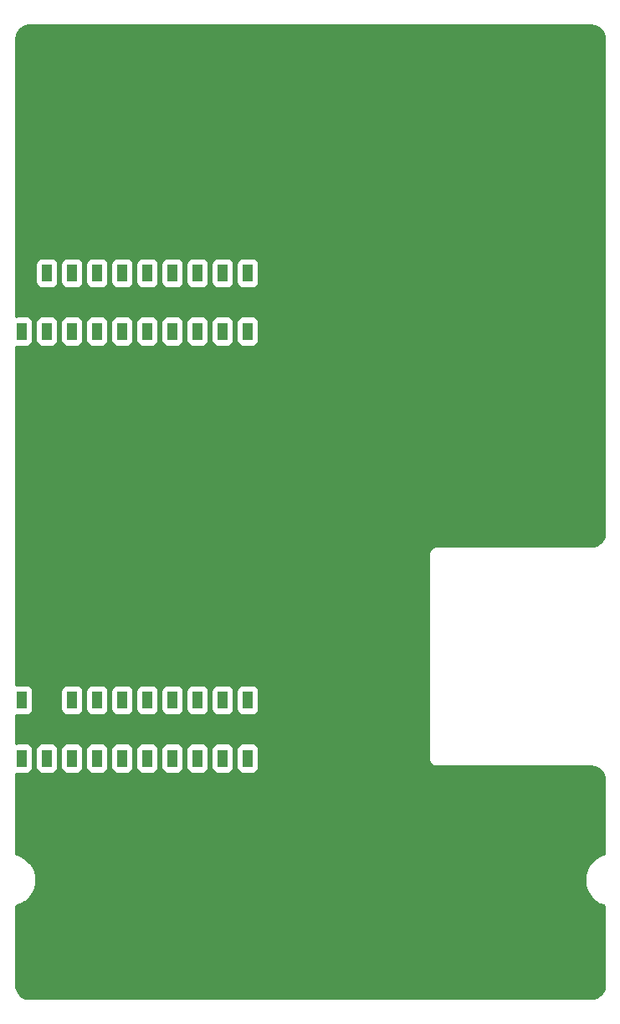
<source format=gbr>
G04 #@! TF.GenerationSoftware,KiCad,Pcbnew,(5.0.0)*
G04 #@! TF.CreationDate,2019-03-24T13:44:05-05:00*
G04 #@! TF.ProjectId,MRDTLogo_HalfBooster,4D5244544C6F676F5F48616C66426F6F,rev?*
G04 #@! TF.SameCoordinates,Original*
G04 #@! TF.FileFunction,Copper,L2,Bot,Signal*
G04 #@! TF.FilePolarity,Positive*
%FSLAX46Y46*%
G04 Gerber Fmt 4.6, Leading zero omitted, Abs format (unit mm)*
G04 Created by KiCad (PCBNEW (5.0.0)) date 03/24/19 13:44:05*
%MOMM*%
%LPD*%
G01*
G04 APERTURE LIST*
G04 #@! TA.AperFunction,SMDPad,CuDef*
%ADD10R,0.990600X1.778000*%
G04 #@! TD*
G04 #@! TA.AperFunction,ViaPad*
%ADD11C,0.800000*%
G04 #@! TD*
G04 #@! TA.AperFunction,Conductor*
%ADD12C,0.254000*%
G04 #@! TD*
G04 APERTURE END LIST*
D10*
G04 #@! TO.P,U1,+5V*
G04 #@! TO.N,Net-(U1-Pad+5V)*
X120650000Y-85953600D03*
G04 #@! TO.P,U1,GND*
G04 #@! TO.N,Net-(U1-PadGND)*
X123190000Y-85953600D03*
G04 #@! TO.P,U1,PE0*
G04 #@! TO.N,Net-(U1-PadPE0)*
X125730000Y-85953600D03*
G04 #@! TO.P,U1,PE1*
G04 #@! TO.N,Net-(U1-PadPE1)*
X128270000Y-85953600D03*
G04 #@! TO.P,U1,PE2*
G04 #@! TO.N,Net-(U1-PadPE2)*
X130810000Y-85953600D03*
G04 #@! TO.P,U1,PE3*
G04 #@! TO.N,Net-(U1-PadPE3)*
X133350000Y-85953600D03*
G04 #@! TO.P,U1,PD7*
G04 #@! TO.N,Net-(U1-PadPD7)*
X135890000Y-85953600D03*
G04 #@! TO.P,U1,PA6*
G04 #@! TO.N,Net-(U1-PadPA6)*
X138430000Y-85953600D03*
G04 #@! TO.P,U1,PM4*
G04 #@! TO.N,Net-(U1-PadPM4)*
X140970000Y-85953600D03*
G04 #@! TO.P,U1,PM5*
G04 #@! TO.N,Net-(U1-PadPM5)*
X143510000Y-85953600D03*
G04 #@! TO.P,U1,+3V3*
G04 #@! TO.N,Net-(U1-Pad+3V3)*
X120650000Y-91846400D03*
G04 #@! TO.P,U1,PE4*
G04 #@! TO.N,Net-(U1-PadPE4)*
X123190000Y-91846400D03*
G04 #@! TO.P,U1,PC4*
G04 #@! TO.N,Net-(U1-PadPC4)*
X125730000Y-91846400D03*
G04 #@! TO.P,U1,PC5*
G04 #@! TO.N,Net-(U1-PadPC5)*
X128270000Y-91846400D03*
G04 #@! TO.P,U1,PC6*
G04 #@! TO.N,Net-(U1-PadPC6)*
X130810000Y-91846400D03*
G04 #@! TO.P,U1,PE5*
G04 #@! TO.N,Net-(U1-PadPE5)*
X133350000Y-91846400D03*
G04 #@! TO.P,U1,PD3*
G04 #@! TO.N,Net-(U1-PadPD3)*
X135890000Y-91846400D03*
G04 #@! TO.P,U1,PC7*
G04 #@! TO.N,Net-(U1-PadPC7)*
X138430000Y-91846400D03*
G04 #@! TO.P,U1,PB2*
G04 #@! TO.N,Net-(U1-PadPB2)*
X140970000Y-91846400D03*
G04 #@! TO.P,U1,PB3*
G04 #@! TO.N,Net-(U1-PadPB3)*
X143510000Y-91846400D03*
G04 #@! TO.P,U1,PF1*
G04 #@! TO.N,Net-(U1-PadPF1)*
X120650000Y-48666400D03*
G04 #@! TO.P,U1,PF2*
G04 #@! TO.N,Net-(U1-PadPF2)*
X123190000Y-48666400D03*
G04 #@! TO.P,U1,PF3*
G04 #@! TO.N,Net-(U1-PadPF3)*
X125730000Y-48666400D03*
G04 #@! TO.P,U1,PG0*
G04 #@! TO.N,Net-(U1-PadPG0)*
X128270000Y-48666400D03*
G04 #@! TO.P,U1,PL4*
G04 #@! TO.N,Net-(U1-PadPL4)*
X130810000Y-48666400D03*
G04 #@! TO.P,U1,PL5*
G04 #@! TO.N,Net-(U1-PadPL5)*
X133350000Y-48666400D03*
G04 #@! TO.P,U1,PL0*
G04 #@! TO.N,Net-(U1-PadPL0)*
X135890000Y-48666400D03*
G04 #@! TO.P,U1,PL1*
G04 #@! TO.N,Net-(U1-PadPL1)*
X138430000Y-48666400D03*
G04 #@! TO.P,U1,PL2*
G04 #@! TO.N,Net-(U1-PadPL2)*
X140970000Y-48666400D03*
G04 #@! TO.P,U1,PL3*
G04 #@! TO.N,Net-(U1-PadPL3)*
X143510000Y-48666400D03*
G04 #@! TO.P,U1,GND*
G04 #@! TO.N,Net-(U1-PadGND)*
X120650000Y-42773600D03*
G04 #@! TO.P,U1,PM3*
G04 #@! TO.N,Net-(U1-PadPM3)*
X123190000Y-42773600D03*
G04 #@! TO.P,U1,PH2*
G04 #@! TO.N,Net-(U1-PadPH2)*
X125730000Y-42773600D03*
G04 #@! TO.P,U1,PH3*
G04 #@! TO.N,Net-(U1-PadPH3)*
X128270000Y-42773600D03*
G04 #@! TO.P,U1,Rese*
G04 #@! TO.N,Net-(U1-PadRese)*
X130810000Y-42773600D03*
G04 #@! TO.P,U1,PD1*
G04 #@! TO.N,Net-(U1-PadPD1)*
X133350000Y-42773600D03*
G04 #@! TO.P,U1,PD0*
G04 #@! TO.N,Net-(U1-PadPD0)*
X135890000Y-42773600D03*
G04 #@! TO.P,U1,PN2*
G04 #@! TO.N,Net-(U1-PadPN2)*
X138430000Y-42773600D03*
G04 #@! TO.P,U1,PN3*
G04 #@! TO.N,Net-(U1-PadPN3)*
X140970000Y-42773600D03*
G04 #@! TO.P,U1,PP2*
G04 #@! TO.N,Net-(U1-PadPP2)*
X143510000Y-42773600D03*
G04 #@! TD*
D11*
G04 #@! TO.N,Net-(U1-PadGND)*
X123190000Y-88900000D03*
G04 #@! TD*
D12*
G04 #@! TO.N,Net-(U1-PadGND)*
G36*
X178677009Y-17788090D02*
X179016352Y-17942381D01*
X179298752Y-18185712D01*
X179501506Y-18498523D01*
X179615348Y-18879184D01*
X179630001Y-19076363D01*
X179630000Y-69037419D01*
X179569910Y-69457009D01*
X179415619Y-69796352D01*
X179172288Y-70078752D01*
X178859479Y-70281506D01*
X178478815Y-70395348D01*
X178281649Y-70410000D01*
X162629926Y-70410000D01*
X162560000Y-70396091D01*
X162490075Y-70410000D01*
X162490074Y-70410000D01*
X162282972Y-70451195D01*
X162048119Y-70608119D01*
X161891195Y-70842972D01*
X161836091Y-71120000D01*
X161850001Y-71189931D01*
X161850000Y-91878074D01*
X161836091Y-91948000D01*
X161891195Y-92225028D01*
X162048119Y-92459881D01*
X162282972Y-92616805D01*
X162442571Y-92648551D01*
X162560000Y-92671909D01*
X162629925Y-92658000D01*
X178257419Y-92658000D01*
X178677009Y-92718090D01*
X179016352Y-92872381D01*
X179298752Y-93115712D01*
X179501506Y-93428523D01*
X179615348Y-93809184D01*
X179630001Y-94006363D01*
X179630000Y-101497281D01*
X179544491Y-101523423D01*
X179452033Y-101550460D01*
X179444159Y-101554098D01*
X178922644Y-101798948D01*
X178842075Y-101851872D01*
X178760927Y-101903768D01*
X178754390Y-101909470D01*
X178322558Y-102290851D01*
X178260096Y-102364244D01*
X178196760Y-102436847D01*
X178192087Y-102444154D01*
X177884654Y-102931407D01*
X177845298Y-103019387D01*
X177804889Y-103106840D01*
X177802457Y-103115160D01*
X177802454Y-103115166D01*
X177802453Y-103115173D01*
X177644134Y-103669118D01*
X177631056Y-103764586D01*
X177616813Y-103859890D01*
X177616813Y-103868564D01*
X177620333Y-104444687D01*
X177634588Y-104540068D01*
X177647654Y-104635455D01*
X177650088Y-104643781D01*
X177815164Y-105195758D01*
X177855591Y-105283250D01*
X177894930Y-105371194D01*
X177899603Y-105378501D01*
X178212966Y-105861961D01*
X178276328Y-105934594D01*
X178338763Y-106007955D01*
X178345296Y-106013654D01*
X178345300Y-106013658D01*
X178345305Y-106013661D01*
X178781759Y-106389734D01*
X178862942Y-106441653D01*
X178943475Y-106494554D01*
X178951346Y-106498190D01*
X178951349Y-106498192D01*
X178951352Y-106498193D01*
X179475817Y-106736653D01*
X179568309Y-106763700D01*
X179630001Y-106782561D01*
X179630000Y-114757418D01*
X179569910Y-115177009D01*
X179415619Y-115516352D01*
X179172288Y-115798752D01*
X178859479Y-116001506D01*
X178478815Y-116115348D01*
X178281649Y-116130000D01*
X121462581Y-116130000D01*
X121042991Y-116069910D01*
X120703648Y-115915619D01*
X120421248Y-115672288D01*
X120218494Y-115359479D01*
X120104652Y-114978815D01*
X120090000Y-114781649D01*
X120090000Y-106782719D01*
X120175509Y-106756577D01*
X120267967Y-106729540D01*
X120275841Y-106725902D01*
X120797356Y-106481052D01*
X120877925Y-106428128D01*
X120959073Y-106376232D01*
X120965610Y-106370530D01*
X121397442Y-105989149D01*
X121459887Y-105915776D01*
X121523240Y-105843153D01*
X121527913Y-105835846D01*
X121835346Y-105348593D01*
X121874687Y-105260645D01*
X121915111Y-105173160D01*
X121917545Y-105164835D01*
X122075866Y-104610882D01*
X122088943Y-104515421D01*
X122103187Y-104420111D01*
X122103187Y-104411436D01*
X122099667Y-103835313D01*
X122085414Y-103739943D01*
X122072346Y-103644544D01*
X122069912Y-103636219D01*
X121904836Y-103084241D01*
X121864418Y-102996769D01*
X121825071Y-102908806D01*
X121820397Y-102901499D01*
X121507034Y-102418040D01*
X121443707Y-102345447D01*
X121381237Y-102272045D01*
X121374700Y-102266343D01*
X120938241Y-101890266D01*
X120857058Y-101838347D01*
X120776525Y-101785446D01*
X120768654Y-101781810D01*
X120768651Y-101781808D01*
X120768648Y-101781807D01*
X120244183Y-101543347D01*
X120151691Y-101516300D01*
X120090000Y-101497439D01*
X120090000Y-93369971D01*
X120154700Y-93382840D01*
X121145300Y-93382840D01*
X121393065Y-93333557D01*
X121603109Y-93193209D01*
X121743457Y-92983165D01*
X121792740Y-92735400D01*
X121792740Y-90957400D01*
X122047260Y-90957400D01*
X122047260Y-92735400D01*
X122096543Y-92983165D01*
X122236891Y-93193209D01*
X122446935Y-93333557D01*
X122694700Y-93382840D01*
X123685300Y-93382840D01*
X123933065Y-93333557D01*
X124143109Y-93193209D01*
X124283457Y-92983165D01*
X124332740Y-92735400D01*
X124332740Y-90957400D01*
X124587260Y-90957400D01*
X124587260Y-92735400D01*
X124636543Y-92983165D01*
X124776891Y-93193209D01*
X124986935Y-93333557D01*
X125234700Y-93382840D01*
X126225300Y-93382840D01*
X126473065Y-93333557D01*
X126683109Y-93193209D01*
X126823457Y-92983165D01*
X126872740Y-92735400D01*
X126872740Y-90957400D01*
X127127260Y-90957400D01*
X127127260Y-92735400D01*
X127176543Y-92983165D01*
X127316891Y-93193209D01*
X127526935Y-93333557D01*
X127774700Y-93382840D01*
X128765300Y-93382840D01*
X129013065Y-93333557D01*
X129223109Y-93193209D01*
X129363457Y-92983165D01*
X129412740Y-92735400D01*
X129412740Y-90957400D01*
X129667260Y-90957400D01*
X129667260Y-92735400D01*
X129716543Y-92983165D01*
X129856891Y-93193209D01*
X130066935Y-93333557D01*
X130314700Y-93382840D01*
X131305300Y-93382840D01*
X131553065Y-93333557D01*
X131763109Y-93193209D01*
X131903457Y-92983165D01*
X131952740Y-92735400D01*
X131952740Y-90957400D01*
X132207260Y-90957400D01*
X132207260Y-92735400D01*
X132256543Y-92983165D01*
X132396891Y-93193209D01*
X132606935Y-93333557D01*
X132854700Y-93382840D01*
X133845300Y-93382840D01*
X134093065Y-93333557D01*
X134303109Y-93193209D01*
X134443457Y-92983165D01*
X134492740Y-92735400D01*
X134492740Y-90957400D01*
X134747260Y-90957400D01*
X134747260Y-92735400D01*
X134796543Y-92983165D01*
X134936891Y-93193209D01*
X135146935Y-93333557D01*
X135394700Y-93382840D01*
X136385300Y-93382840D01*
X136633065Y-93333557D01*
X136843109Y-93193209D01*
X136983457Y-92983165D01*
X137032740Y-92735400D01*
X137032740Y-90957400D01*
X137287260Y-90957400D01*
X137287260Y-92735400D01*
X137336543Y-92983165D01*
X137476891Y-93193209D01*
X137686935Y-93333557D01*
X137934700Y-93382840D01*
X138925300Y-93382840D01*
X139173065Y-93333557D01*
X139383109Y-93193209D01*
X139523457Y-92983165D01*
X139572740Y-92735400D01*
X139572740Y-90957400D01*
X139827260Y-90957400D01*
X139827260Y-92735400D01*
X139876543Y-92983165D01*
X140016891Y-93193209D01*
X140226935Y-93333557D01*
X140474700Y-93382840D01*
X141465300Y-93382840D01*
X141713065Y-93333557D01*
X141923109Y-93193209D01*
X142063457Y-92983165D01*
X142112740Y-92735400D01*
X142112740Y-90957400D01*
X142367260Y-90957400D01*
X142367260Y-92735400D01*
X142416543Y-92983165D01*
X142556891Y-93193209D01*
X142766935Y-93333557D01*
X143014700Y-93382840D01*
X144005300Y-93382840D01*
X144253065Y-93333557D01*
X144463109Y-93193209D01*
X144603457Y-92983165D01*
X144652740Y-92735400D01*
X144652740Y-90957400D01*
X144603457Y-90709635D01*
X144463109Y-90499591D01*
X144253065Y-90359243D01*
X144005300Y-90309960D01*
X143014700Y-90309960D01*
X142766935Y-90359243D01*
X142556891Y-90499591D01*
X142416543Y-90709635D01*
X142367260Y-90957400D01*
X142112740Y-90957400D01*
X142063457Y-90709635D01*
X141923109Y-90499591D01*
X141713065Y-90359243D01*
X141465300Y-90309960D01*
X140474700Y-90309960D01*
X140226935Y-90359243D01*
X140016891Y-90499591D01*
X139876543Y-90709635D01*
X139827260Y-90957400D01*
X139572740Y-90957400D01*
X139523457Y-90709635D01*
X139383109Y-90499591D01*
X139173065Y-90359243D01*
X138925300Y-90309960D01*
X137934700Y-90309960D01*
X137686935Y-90359243D01*
X137476891Y-90499591D01*
X137336543Y-90709635D01*
X137287260Y-90957400D01*
X137032740Y-90957400D01*
X136983457Y-90709635D01*
X136843109Y-90499591D01*
X136633065Y-90359243D01*
X136385300Y-90309960D01*
X135394700Y-90309960D01*
X135146935Y-90359243D01*
X134936891Y-90499591D01*
X134796543Y-90709635D01*
X134747260Y-90957400D01*
X134492740Y-90957400D01*
X134443457Y-90709635D01*
X134303109Y-90499591D01*
X134093065Y-90359243D01*
X133845300Y-90309960D01*
X132854700Y-90309960D01*
X132606935Y-90359243D01*
X132396891Y-90499591D01*
X132256543Y-90709635D01*
X132207260Y-90957400D01*
X131952740Y-90957400D01*
X131903457Y-90709635D01*
X131763109Y-90499591D01*
X131553065Y-90359243D01*
X131305300Y-90309960D01*
X130314700Y-90309960D01*
X130066935Y-90359243D01*
X129856891Y-90499591D01*
X129716543Y-90709635D01*
X129667260Y-90957400D01*
X129412740Y-90957400D01*
X129363457Y-90709635D01*
X129223109Y-90499591D01*
X129013065Y-90359243D01*
X128765300Y-90309960D01*
X127774700Y-90309960D01*
X127526935Y-90359243D01*
X127316891Y-90499591D01*
X127176543Y-90709635D01*
X127127260Y-90957400D01*
X126872740Y-90957400D01*
X126823457Y-90709635D01*
X126683109Y-90499591D01*
X126473065Y-90359243D01*
X126225300Y-90309960D01*
X125234700Y-90309960D01*
X124986935Y-90359243D01*
X124776891Y-90499591D01*
X124636543Y-90709635D01*
X124587260Y-90957400D01*
X124332740Y-90957400D01*
X124283457Y-90709635D01*
X124143109Y-90499591D01*
X123933065Y-90359243D01*
X123685300Y-90309960D01*
X122694700Y-90309960D01*
X122446935Y-90359243D01*
X122236891Y-90499591D01*
X122096543Y-90709635D01*
X122047260Y-90957400D01*
X121792740Y-90957400D01*
X121743457Y-90709635D01*
X121603109Y-90499591D01*
X121393065Y-90359243D01*
X121145300Y-90309960D01*
X120154700Y-90309960D01*
X120090000Y-90322829D01*
X120090000Y-87477171D01*
X120154700Y-87490040D01*
X121145300Y-87490040D01*
X121393065Y-87440757D01*
X121603109Y-87300409D01*
X121743457Y-87090365D01*
X121792740Y-86842600D01*
X121792740Y-85064600D01*
X124587260Y-85064600D01*
X124587260Y-86842600D01*
X124636543Y-87090365D01*
X124776891Y-87300409D01*
X124986935Y-87440757D01*
X125234700Y-87490040D01*
X126225300Y-87490040D01*
X126473065Y-87440757D01*
X126683109Y-87300409D01*
X126823457Y-87090365D01*
X126872740Y-86842600D01*
X126872740Y-85064600D01*
X127127260Y-85064600D01*
X127127260Y-86842600D01*
X127176543Y-87090365D01*
X127316891Y-87300409D01*
X127526935Y-87440757D01*
X127774700Y-87490040D01*
X128765300Y-87490040D01*
X129013065Y-87440757D01*
X129223109Y-87300409D01*
X129363457Y-87090365D01*
X129412740Y-86842600D01*
X129412740Y-85064600D01*
X129667260Y-85064600D01*
X129667260Y-86842600D01*
X129716543Y-87090365D01*
X129856891Y-87300409D01*
X130066935Y-87440757D01*
X130314700Y-87490040D01*
X131305300Y-87490040D01*
X131553065Y-87440757D01*
X131763109Y-87300409D01*
X131903457Y-87090365D01*
X131952740Y-86842600D01*
X131952740Y-85064600D01*
X132207260Y-85064600D01*
X132207260Y-86842600D01*
X132256543Y-87090365D01*
X132396891Y-87300409D01*
X132606935Y-87440757D01*
X132854700Y-87490040D01*
X133845300Y-87490040D01*
X134093065Y-87440757D01*
X134303109Y-87300409D01*
X134443457Y-87090365D01*
X134492740Y-86842600D01*
X134492740Y-85064600D01*
X134747260Y-85064600D01*
X134747260Y-86842600D01*
X134796543Y-87090365D01*
X134936891Y-87300409D01*
X135146935Y-87440757D01*
X135394700Y-87490040D01*
X136385300Y-87490040D01*
X136633065Y-87440757D01*
X136843109Y-87300409D01*
X136983457Y-87090365D01*
X137032740Y-86842600D01*
X137032740Y-85064600D01*
X137287260Y-85064600D01*
X137287260Y-86842600D01*
X137336543Y-87090365D01*
X137476891Y-87300409D01*
X137686935Y-87440757D01*
X137934700Y-87490040D01*
X138925300Y-87490040D01*
X139173065Y-87440757D01*
X139383109Y-87300409D01*
X139523457Y-87090365D01*
X139572740Y-86842600D01*
X139572740Y-85064600D01*
X139827260Y-85064600D01*
X139827260Y-86842600D01*
X139876543Y-87090365D01*
X140016891Y-87300409D01*
X140226935Y-87440757D01*
X140474700Y-87490040D01*
X141465300Y-87490040D01*
X141713065Y-87440757D01*
X141923109Y-87300409D01*
X142063457Y-87090365D01*
X142112740Y-86842600D01*
X142112740Y-85064600D01*
X142367260Y-85064600D01*
X142367260Y-86842600D01*
X142416543Y-87090365D01*
X142556891Y-87300409D01*
X142766935Y-87440757D01*
X143014700Y-87490040D01*
X144005300Y-87490040D01*
X144253065Y-87440757D01*
X144463109Y-87300409D01*
X144603457Y-87090365D01*
X144652740Y-86842600D01*
X144652740Y-85064600D01*
X144603457Y-84816835D01*
X144463109Y-84606791D01*
X144253065Y-84466443D01*
X144005300Y-84417160D01*
X143014700Y-84417160D01*
X142766935Y-84466443D01*
X142556891Y-84606791D01*
X142416543Y-84816835D01*
X142367260Y-85064600D01*
X142112740Y-85064600D01*
X142063457Y-84816835D01*
X141923109Y-84606791D01*
X141713065Y-84466443D01*
X141465300Y-84417160D01*
X140474700Y-84417160D01*
X140226935Y-84466443D01*
X140016891Y-84606791D01*
X139876543Y-84816835D01*
X139827260Y-85064600D01*
X139572740Y-85064600D01*
X139523457Y-84816835D01*
X139383109Y-84606791D01*
X139173065Y-84466443D01*
X138925300Y-84417160D01*
X137934700Y-84417160D01*
X137686935Y-84466443D01*
X137476891Y-84606791D01*
X137336543Y-84816835D01*
X137287260Y-85064600D01*
X137032740Y-85064600D01*
X136983457Y-84816835D01*
X136843109Y-84606791D01*
X136633065Y-84466443D01*
X136385300Y-84417160D01*
X135394700Y-84417160D01*
X135146935Y-84466443D01*
X134936891Y-84606791D01*
X134796543Y-84816835D01*
X134747260Y-85064600D01*
X134492740Y-85064600D01*
X134443457Y-84816835D01*
X134303109Y-84606791D01*
X134093065Y-84466443D01*
X133845300Y-84417160D01*
X132854700Y-84417160D01*
X132606935Y-84466443D01*
X132396891Y-84606791D01*
X132256543Y-84816835D01*
X132207260Y-85064600D01*
X131952740Y-85064600D01*
X131903457Y-84816835D01*
X131763109Y-84606791D01*
X131553065Y-84466443D01*
X131305300Y-84417160D01*
X130314700Y-84417160D01*
X130066935Y-84466443D01*
X129856891Y-84606791D01*
X129716543Y-84816835D01*
X129667260Y-85064600D01*
X129412740Y-85064600D01*
X129363457Y-84816835D01*
X129223109Y-84606791D01*
X129013065Y-84466443D01*
X128765300Y-84417160D01*
X127774700Y-84417160D01*
X127526935Y-84466443D01*
X127316891Y-84606791D01*
X127176543Y-84816835D01*
X127127260Y-85064600D01*
X126872740Y-85064600D01*
X126823457Y-84816835D01*
X126683109Y-84606791D01*
X126473065Y-84466443D01*
X126225300Y-84417160D01*
X125234700Y-84417160D01*
X124986935Y-84466443D01*
X124776891Y-84606791D01*
X124636543Y-84816835D01*
X124587260Y-85064600D01*
X121792740Y-85064600D01*
X121743457Y-84816835D01*
X121603109Y-84606791D01*
X121393065Y-84466443D01*
X121145300Y-84417160D01*
X120154700Y-84417160D01*
X120090000Y-84430029D01*
X120090000Y-50189971D01*
X120154700Y-50202840D01*
X121145300Y-50202840D01*
X121393065Y-50153557D01*
X121603109Y-50013209D01*
X121743457Y-49803165D01*
X121792740Y-49555400D01*
X121792740Y-47777400D01*
X122047260Y-47777400D01*
X122047260Y-49555400D01*
X122096543Y-49803165D01*
X122236891Y-50013209D01*
X122446935Y-50153557D01*
X122694700Y-50202840D01*
X123685300Y-50202840D01*
X123933065Y-50153557D01*
X124143109Y-50013209D01*
X124283457Y-49803165D01*
X124332740Y-49555400D01*
X124332740Y-47777400D01*
X124587260Y-47777400D01*
X124587260Y-49555400D01*
X124636543Y-49803165D01*
X124776891Y-50013209D01*
X124986935Y-50153557D01*
X125234700Y-50202840D01*
X126225300Y-50202840D01*
X126473065Y-50153557D01*
X126683109Y-50013209D01*
X126823457Y-49803165D01*
X126872740Y-49555400D01*
X126872740Y-47777400D01*
X127127260Y-47777400D01*
X127127260Y-49555400D01*
X127176543Y-49803165D01*
X127316891Y-50013209D01*
X127526935Y-50153557D01*
X127774700Y-50202840D01*
X128765300Y-50202840D01*
X129013065Y-50153557D01*
X129223109Y-50013209D01*
X129363457Y-49803165D01*
X129412740Y-49555400D01*
X129412740Y-47777400D01*
X129667260Y-47777400D01*
X129667260Y-49555400D01*
X129716543Y-49803165D01*
X129856891Y-50013209D01*
X130066935Y-50153557D01*
X130314700Y-50202840D01*
X131305300Y-50202840D01*
X131553065Y-50153557D01*
X131763109Y-50013209D01*
X131903457Y-49803165D01*
X131952740Y-49555400D01*
X131952740Y-47777400D01*
X132207260Y-47777400D01*
X132207260Y-49555400D01*
X132256543Y-49803165D01*
X132396891Y-50013209D01*
X132606935Y-50153557D01*
X132854700Y-50202840D01*
X133845300Y-50202840D01*
X134093065Y-50153557D01*
X134303109Y-50013209D01*
X134443457Y-49803165D01*
X134492740Y-49555400D01*
X134492740Y-47777400D01*
X134747260Y-47777400D01*
X134747260Y-49555400D01*
X134796543Y-49803165D01*
X134936891Y-50013209D01*
X135146935Y-50153557D01*
X135394700Y-50202840D01*
X136385300Y-50202840D01*
X136633065Y-50153557D01*
X136843109Y-50013209D01*
X136983457Y-49803165D01*
X137032740Y-49555400D01*
X137032740Y-47777400D01*
X137287260Y-47777400D01*
X137287260Y-49555400D01*
X137336543Y-49803165D01*
X137476891Y-50013209D01*
X137686935Y-50153557D01*
X137934700Y-50202840D01*
X138925300Y-50202840D01*
X139173065Y-50153557D01*
X139383109Y-50013209D01*
X139523457Y-49803165D01*
X139572740Y-49555400D01*
X139572740Y-47777400D01*
X139827260Y-47777400D01*
X139827260Y-49555400D01*
X139876543Y-49803165D01*
X140016891Y-50013209D01*
X140226935Y-50153557D01*
X140474700Y-50202840D01*
X141465300Y-50202840D01*
X141713065Y-50153557D01*
X141923109Y-50013209D01*
X142063457Y-49803165D01*
X142112740Y-49555400D01*
X142112740Y-47777400D01*
X142367260Y-47777400D01*
X142367260Y-49555400D01*
X142416543Y-49803165D01*
X142556891Y-50013209D01*
X142766935Y-50153557D01*
X143014700Y-50202840D01*
X144005300Y-50202840D01*
X144253065Y-50153557D01*
X144463109Y-50013209D01*
X144603457Y-49803165D01*
X144652740Y-49555400D01*
X144652740Y-47777400D01*
X144603457Y-47529635D01*
X144463109Y-47319591D01*
X144253065Y-47179243D01*
X144005300Y-47129960D01*
X143014700Y-47129960D01*
X142766935Y-47179243D01*
X142556891Y-47319591D01*
X142416543Y-47529635D01*
X142367260Y-47777400D01*
X142112740Y-47777400D01*
X142063457Y-47529635D01*
X141923109Y-47319591D01*
X141713065Y-47179243D01*
X141465300Y-47129960D01*
X140474700Y-47129960D01*
X140226935Y-47179243D01*
X140016891Y-47319591D01*
X139876543Y-47529635D01*
X139827260Y-47777400D01*
X139572740Y-47777400D01*
X139523457Y-47529635D01*
X139383109Y-47319591D01*
X139173065Y-47179243D01*
X138925300Y-47129960D01*
X137934700Y-47129960D01*
X137686935Y-47179243D01*
X137476891Y-47319591D01*
X137336543Y-47529635D01*
X137287260Y-47777400D01*
X137032740Y-47777400D01*
X136983457Y-47529635D01*
X136843109Y-47319591D01*
X136633065Y-47179243D01*
X136385300Y-47129960D01*
X135394700Y-47129960D01*
X135146935Y-47179243D01*
X134936891Y-47319591D01*
X134796543Y-47529635D01*
X134747260Y-47777400D01*
X134492740Y-47777400D01*
X134443457Y-47529635D01*
X134303109Y-47319591D01*
X134093065Y-47179243D01*
X133845300Y-47129960D01*
X132854700Y-47129960D01*
X132606935Y-47179243D01*
X132396891Y-47319591D01*
X132256543Y-47529635D01*
X132207260Y-47777400D01*
X131952740Y-47777400D01*
X131903457Y-47529635D01*
X131763109Y-47319591D01*
X131553065Y-47179243D01*
X131305300Y-47129960D01*
X130314700Y-47129960D01*
X130066935Y-47179243D01*
X129856891Y-47319591D01*
X129716543Y-47529635D01*
X129667260Y-47777400D01*
X129412740Y-47777400D01*
X129363457Y-47529635D01*
X129223109Y-47319591D01*
X129013065Y-47179243D01*
X128765300Y-47129960D01*
X127774700Y-47129960D01*
X127526935Y-47179243D01*
X127316891Y-47319591D01*
X127176543Y-47529635D01*
X127127260Y-47777400D01*
X126872740Y-47777400D01*
X126823457Y-47529635D01*
X126683109Y-47319591D01*
X126473065Y-47179243D01*
X126225300Y-47129960D01*
X125234700Y-47129960D01*
X124986935Y-47179243D01*
X124776891Y-47319591D01*
X124636543Y-47529635D01*
X124587260Y-47777400D01*
X124332740Y-47777400D01*
X124283457Y-47529635D01*
X124143109Y-47319591D01*
X123933065Y-47179243D01*
X123685300Y-47129960D01*
X122694700Y-47129960D01*
X122446935Y-47179243D01*
X122236891Y-47319591D01*
X122096543Y-47529635D01*
X122047260Y-47777400D01*
X121792740Y-47777400D01*
X121743457Y-47529635D01*
X121603109Y-47319591D01*
X121393065Y-47179243D01*
X121145300Y-47129960D01*
X120154700Y-47129960D01*
X120090000Y-47142829D01*
X120090000Y-41884600D01*
X122047260Y-41884600D01*
X122047260Y-43662600D01*
X122096543Y-43910365D01*
X122236891Y-44120409D01*
X122446935Y-44260757D01*
X122694700Y-44310040D01*
X123685300Y-44310040D01*
X123933065Y-44260757D01*
X124143109Y-44120409D01*
X124283457Y-43910365D01*
X124332740Y-43662600D01*
X124332740Y-41884600D01*
X124587260Y-41884600D01*
X124587260Y-43662600D01*
X124636543Y-43910365D01*
X124776891Y-44120409D01*
X124986935Y-44260757D01*
X125234700Y-44310040D01*
X126225300Y-44310040D01*
X126473065Y-44260757D01*
X126683109Y-44120409D01*
X126823457Y-43910365D01*
X126872740Y-43662600D01*
X126872740Y-41884600D01*
X127127260Y-41884600D01*
X127127260Y-43662600D01*
X127176543Y-43910365D01*
X127316891Y-44120409D01*
X127526935Y-44260757D01*
X127774700Y-44310040D01*
X128765300Y-44310040D01*
X129013065Y-44260757D01*
X129223109Y-44120409D01*
X129363457Y-43910365D01*
X129412740Y-43662600D01*
X129412740Y-41884600D01*
X129667260Y-41884600D01*
X129667260Y-43662600D01*
X129716543Y-43910365D01*
X129856891Y-44120409D01*
X130066935Y-44260757D01*
X130314700Y-44310040D01*
X131305300Y-44310040D01*
X131553065Y-44260757D01*
X131763109Y-44120409D01*
X131903457Y-43910365D01*
X131952740Y-43662600D01*
X131952740Y-41884600D01*
X132207260Y-41884600D01*
X132207260Y-43662600D01*
X132256543Y-43910365D01*
X132396891Y-44120409D01*
X132606935Y-44260757D01*
X132854700Y-44310040D01*
X133845300Y-44310040D01*
X134093065Y-44260757D01*
X134303109Y-44120409D01*
X134443457Y-43910365D01*
X134492740Y-43662600D01*
X134492740Y-41884600D01*
X134747260Y-41884600D01*
X134747260Y-43662600D01*
X134796543Y-43910365D01*
X134936891Y-44120409D01*
X135146935Y-44260757D01*
X135394700Y-44310040D01*
X136385300Y-44310040D01*
X136633065Y-44260757D01*
X136843109Y-44120409D01*
X136983457Y-43910365D01*
X137032740Y-43662600D01*
X137032740Y-41884600D01*
X137287260Y-41884600D01*
X137287260Y-43662600D01*
X137336543Y-43910365D01*
X137476891Y-44120409D01*
X137686935Y-44260757D01*
X137934700Y-44310040D01*
X138925300Y-44310040D01*
X139173065Y-44260757D01*
X139383109Y-44120409D01*
X139523457Y-43910365D01*
X139572740Y-43662600D01*
X139572740Y-41884600D01*
X139827260Y-41884600D01*
X139827260Y-43662600D01*
X139876543Y-43910365D01*
X140016891Y-44120409D01*
X140226935Y-44260757D01*
X140474700Y-44310040D01*
X141465300Y-44310040D01*
X141713065Y-44260757D01*
X141923109Y-44120409D01*
X142063457Y-43910365D01*
X142112740Y-43662600D01*
X142112740Y-41884600D01*
X142367260Y-41884600D01*
X142367260Y-43662600D01*
X142416543Y-43910365D01*
X142556891Y-44120409D01*
X142766935Y-44260757D01*
X143014700Y-44310040D01*
X144005300Y-44310040D01*
X144253065Y-44260757D01*
X144463109Y-44120409D01*
X144603457Y-43910365D01*
X144652740Y-43662600D01*
X144652740Y-41884600D01*
X144603457Y-41636835D01*
X144463109Y-41426791D01*
X144253065Y-41286443D01*
X144005300Y-41237160D01*
X143014700Y-41237160D01*
X142766935Y-41286443D01*
X142556891Y-41426791D01*
X142416543Y-41636835D01*
X142367260Y-41884600D01*
X142112740Y-41884600D01*
X142063457Y-41636835D01*
X141923109Y-41426791D01*
X141713065Y-41286443D01*
X141465300Y-41237160D01*
X140474700Y-41237160D01*
X140226935Y-41286443D01*
X140016891Y-41426791D01*
X139876543Y-41636835D01*
X139827260Y-41884600D01*
X139572740Y-41884600D01*
X139523457Y-41636835D01*
X139383109Y-41426791D01*
X139173065Y-41286443D01*
X138925300Y-41237160D01*
X137934700Y-41237160D01*
X137686935Y-41286443D01*
X137476891Y-41426791D01*
X137336543Y-41636835D01*
X137287260Y-41884600D01*
X137032740Y-41884600D01*
X136983457Y-41636835D01*
X136843109Y-41426791D01*
X136633065Y-41286443D01*
X136385300Y-41237160D01*
X135394700Y-41237160D01*
X135146935Y-41286443D01*
X134936891Y-41426791D01*
X134796543Y-41636835D01*
X134747260Y-41884600D01*
X134492740Y-41884600D01*
X134443457Y-41636835D01*
X134303109Y-41426791D01*
X134093065Y-41286443D01*
X133845300Y-41237160D01*
X132854700Y-41237160D01*
X132606935Y-41286443D01*
X132396891Y-41426791D01*
X132256543Y-41636835D01*
X132207260Y-41884600D01*
X131952740Y-41884600D01*
X131903457Y-41636835D01*
X131763109Y-41426791D01*
X131553065Y-41286443D01*
X131305300Y-41237160D01*
X130314700Y-41237160D01*
X130066935Y-41286443D01*
X129856891Y-41426791D01*
X129716543Y-41636835D01*
X129667260Y-41884600D01*
X129412740Y-41884600D01*
X129363457Y-41636835D01*
X129223109Y-41426791D01*
X129013065Y-41286443D01*
X128765300Y-41237160D01*
X127774700Y-41237160D01*
X127526935Y-41286443D01*
X127316891Y-41426791D01*
X127176543Y-41636835D01*
X127127260Y-41884600D01*
X126872740Y-41884600D01*
X126823457Y-41636835D01*
X126683109Y-41426791D01*
X126473065Y-41286443D01*
X126225300Y-41237160D01*
X125234700Y-41237160D01*
X124986935Y-41286443D01*
X124776891Y-41426791D01*
X124636543Y-41636835D01*
X124587260Y-41884600D01*
X124332740Y-41884600D01*
X124283457Y-41636835D01*
X124143109Y-41426791D01*
X123933065Y-41286443D01*
X123685300Y-41237160D01*
X122694700Y-41237160D01*
X122446935Y-41286443D01*
X122236891Y-41426791D01*
X122096543Y-41636835D01*
X122047260Y-41884600D01*
X120090000Y-41884600D01*
X120090000Y-19100581D01*
X120150090Y-18680991D01*
X120304381Y-18341648D01*
X120547712Y-18059248D01*
X120860523Y-17856494D01*
X121241184Y-17742652D01*
X121438350Y-17728000D01*
X178257419Y-17728000D01*
X178677009Y-17788090D01*
X178677009Y-17788090D01*
G37*
X178677009Y-17788090D02*
X179016352Y-17942381D01*
X179298752Y-18185712D01*
X179501506Y-18498523D01*
X179615348Y-18879184D01*
X179630001Y-19076363D01*
X179630000Y-69037419D01*
X179569910Y-69457009D01*
X179415619Y-69796352D01*
X179172288Y-70078752D01*
X178859479Y-70281506D01*
X178478815Y-70395348D01*
X178281649Y-70410000D01*
X162629926Y-70410000D01*
X162560000Y-70396091D01*
X162490075Y-70410000D01*
X162490074Y-70410000D01*
X162282972Y-70451195D01*
X162048119Y-70608119D01*
X161891195Y-70842972D01*
X161836091Y-71120000D01*
X161850001Y-71189931D01*
X161850000Y-91878074D01*
X161836091Y-91948000D01*
X161891195Y-92225028D01*
X162048119Y-92459881D01*
X162282972Y-92616805D01*
X162442571Y-92648551D01*
X162560000Y-92671909D01*
X162629925Y-92658000D01*
X178257419Y-92658000D01*
X178677009Y-92718090D01*
X179016352Y-92872381D01*
X179298752Y-93115712D01*
X179501506Y-93428523D01*
X179615348Y-93809184D01*
X179630001Y-94006363D01*
X179630000Y-101497281D01*
X179544491Y-101523423D01*
X179452033Y-101550460D01*
X179444159Y-101554098D01*
X178922644Y-101798948D01*
X178842075Y-101851872D01*
X178760927Y-101903768D01*
X178754390Y-101909470D01*
X178322558Y-102290851D01*
X178260096Y-102364244D01*
X178196760Y-102436847D01*
X178192087Y-102444154D01*
X177884654Y-102931407D01*
X177845298Y-103019387D01*
X177804889Y-103106840D01*
X177802457Y-103115160D01*
X177802454Y-103115166D01*
X177802453Y-103115173D01*
X177644134Y-103669118D01*
X177631056Y-103764586D01*
X177616813Y-103859890D01*
X177616813Y-103868564D01*
X177620333Y-104444687D01*
X177634588Y-104540068D01*
X177647654Y-104635455D01*
X177650088Y-104643781D01*
X177815164Y-105195758D01*
X177855591Y-105283250D01*
X177894930Y-105371194D01*
X177899603Y-105378501D01*
X178212966Y-105861961D01*
X178276328Y-105934594D01*
X178338763Y-106007955D01*
X178345296Y-106013654D01*
X178345300Y-106013658D01*
X178345305Y-106013661D01*
X178781759Y-106389734D01*
X178862942Y-106441653D01*
X178943475Y-106494554D01*
X178951346Y-106498190D01*
X178951349Y-106498192D01*
X178951352Y-106498193D01*
X179475817Y-106736653D01*
X179568309Y-106763700D01*
X179630001Y-106782561D01*
X179630000Y-114757418D01*
X179569910Y-115177009D01*
X179415619Y-115516352D01*
X179172288Y-115798752D01*
X178859479Y-116001506D01*
X178478815Y-116115348D01*
X178281649Y-116130000D01*
X121462581Y-116130000D01*
X121042991Y-116069910D01*
X120703648Y-115915619D01*
X120421248Y-115672288D01*
X120218494Y-115359479D01*
X120104652Y-114978815D01*
X120090000Y-114781649D01*
X120090000Y-106782719D01*
X120175509Y-106756577D01*
X120267967Y-106729540D01*
X120275841Y-106725902D01*
X120797356Y-106481052D01*
X120877925Y-106428128D01*
X120959073Y-106376232D01*
X120965610Y-106370530D01*
X121397442Y-105989149D01*
X121459887Y-105915776D01*
X121523240Y-105843153D01*
X121527913Y-105835846D01*
X121835346Y-105348593D01*
X121874687Y-105260645D01*
X121915111Y-105173160D01*
X121917545Y-105164835D01*
X122075866Y-104610882D01*
X122088943Y-104515421D01*
X122103187Y-104420111D01*
X122103187Y-104411436D01*
X122099667Y-103835313D01*
X122085414Y-103739943D01*
X122072346Y-103644544D01*
X122069912Y-103636219D01*
X121904836Y-103084241D01*
X121864418Y-102996769D01*
X121825071Y-102908806D01*
X121820397Y-102901499D01*
X121507034Y-102418040D01*
X121443707Y-102345447D01*
X121381237Y-102272045D01*
X121374700Y-102266343D01*
X120938241Y-101890266D01*
X120857058Y-101838347D01*
X120776525Y-101785446D01*
X120768654Y-101781810D01*
X120768651Y-101781808D01*
X120768648Y-101781807D01*
X120244183Y-101543347D01*
X120151691Y-101516300D01*
X120090000Y-101497439D01*
X120090000Y-93369971D01*
X120154700Y-93382840D01*
X121145300Y-93382840D01*
X121393065Y-93333557D01*
X121603109Y-93193209D01*
X121743457Y-92983165D01*
X121792740Y-92735400D01*
X121792740Y-90957400D01*
X122047260Y-90957400D01*
X122047260Y-92735400D01*
X122096543Y-92983165D01*
X122236891Y-93193209D01*
X122446935Y-93333557D01*
X122694700Y-93382840D01*
X123685300Y-93382840D01*
X123933065Y-93333557D01*
X124143109Y-93193209D01*
X124283457Y-92983165D01*
X124332740Y-92735400D01*
X124332740Y-90957400D01*
X124587260Y-90957400D01*
X124587260Y-92735400D01*
X124636543Y-92983165D01*
X124776891Y-93193209D01*
X124986935Y-93333557D01*
X125234700Y-93382840D01*
X126225300Y-93382840D01*
X126473065Y-93333557D01*
X126683109Y-93193209D01*
X126823457Y-92983165D01*
X126872740Y-92735400D01*
X126872740Y-90957400D01*
X127127260Y-90957400D01*
X127127260Y-92735400D01*
X127176543Y-92983165D01*
X127316891Y-93193209D01*
X127526935Y-93333557D01*
X127774700Y-93382840D01*
X128765300Y-93382840D01*
X129013065Y-93333557D01*
X129223109Y-93193209D01*
X129363457Y-92983165D01*
X129412740Y-92735400D01*
X129412740Y-90957400D01*
X129667260Y-90957400D01*
X129667260Y-92735400D01*
X129716543Y-92983165D01*
X129856891Y-93193209D01*
X130066935Y-93333557D01*
X130314700Y-93382840D01*
X131305300Y-93382840D01*
X131553065Y-93333557D01*
X131763109Y-93193209D01*
X131903457Y-92983165D01*
X131952740Y-92735400D01*
X131952740Y-90957400D01*
X132207260Y-90957400D01*
X132207260Y-92735400D01*
X132256543Y-92983165D01*
X132396891Y-93193209D01*
X132606935Y-93333557D01*
X132854700Y-93382840D01*
X133845300Y-93382840D01*
X134093065Y-93333557D01*
X134303109Y-93193209D01*
X134443457Y-92983165D01*
X134492740Y-92735400D01*
X134492740Y-90957400D01*
X134747260Y-90957400D01*
X134747260Y-92735400D01*
X134796543Y-92983165D01*
X134936891Y-93193209D01*
X135146935Y-93333557D01*
X135394700Y-93382840D01*
X136385300Y-93382840D01*
X136633065Y-93333557D01*
X136843109Y-93193209D01*
X136983457Y-92983165D01*
X137032740Y-92735400D01*
X137032740Y-90957400D01*
X137287260Y-90957400D01*
X137287260Y-92735400D01*
X137336543Y-92983165D01*
X137476891Y-93193209D01*
X137686935Y-93333557D01*
X137934700Y-93382840D01*
X138925300Y-93382840D01*
X139173065Y-93333557D01*
X139383109Y-93193209D01*
X139523457Y-92983165D01*
X139572740Y-92735400D01*
X139572740Y-90957400D01*
X139827260Y-90957400D01*
X139827260Y-92735400D01*
X139876543Y-92983165D01*
X140016891Y-93193209D01*
X140226935Y-93333557D01*
X140474700Y-93382840D01*
X141465300Y-93382840D01*
X141713065Y-93333557D01*
X141923109Y-93193209D01*
X142063457Y-92983165D01*
X142112740Y-92735400D01*
X142112740Y-90957400D01*
X142367260Y-90957400D01*
X142367260Y-92735400D01*
X142416543Y-92983165D01*
X142556891Y-93193209D01*
X142766935Y-93333557D01*
X143014700Y-93382840D01*
X144005300Y-93382840D01*
X144253065Y-93333557D01*
X144463109Y-93193209D01*
X144603457Y-92983165D01*
X144652740Y-92735400D01*
X144652740Y-90957400D01*
X144603457Y-90709635D01*
X144463109Y-90499591D01*
X144253065Y-90359243D01*
X144005300Y-90309960D01*
X143014700Y-90309960D01*
X142766935Y-90359243D01*
X142556891Y-90499591D01*
X142416543Y-90709635D01*
X142367260Y-90957400D01*
X142112740Y-90957400D01*
X142063457Y-90709635D01*
X141923109Y-90499591D01*
X141713065Y-90359243D01*
X141465300Y-90309960D01*
X140474700Y-90309960D01*
X140226935Y-90359243D01*
X140016891Y-90499591D01*
X139876543Y-90709635D01*
X139827260Y-90957400D01*
X139572740Y-90957400D01*
X139523457Y-90709635D01*
X139383109Y-90499591D01*
X139173065Y-90359243D01*
X138925300Y-90309960D01*
X137934700Y-90309960D01*
X137686935Y-90359243D01*
X137476891Y-90499591D01*
X137336543Y-90709635D01*
X137287260Y-90957400D01*
X137032740Y-90957400D01*
X136983457Y-90709635D01*
X136843109Y-90499591D01*
X136633065Y-90359243D01*
X136385300Y-90309960D01*
X135394700Y-90309960D01*
X135146935Y-90359243D01*
X134936891Y-90499591D01*
X134796543Y-90709635D01*
X134747260Y-90957400D01*
X134492740Y-90957400D01*
X134443457Y-90709635D01*
X134303109Y-90499591D01*
X134093065Y-90359243D01*
X133845300Y-90309960D01*
X132854700Y-90309960D01*
X132606935Y-90359243D01*
X132396891Y-90499591D01*
X132256543Y-90709635D01*
X132207260Y-90957400D01*
X131952740Y-90957400D01*
X131903457Y-90709635D01*
X131763109Y-90499591D01*
X131553065Y-90359243D01*
X131305300Y-90309960D01*
X130314700Y-90309960D01*
X130066935Y-90359243D01*
X129856891Y-90499591D01*
X129716543Y-90709635D01*
X129667260Y-90957400D01*
X129412740Y-90957400D01*
X129363457Y-90709635D01*
X129223109Y-90499591D01*
X129013065Y-90359243D01*
X128765300Y-90309960D01*
X127774700Y-90309960D01*
X127526935Y-90359243D01*
X127316891Y-90499591D01*
X127176543Y-90709635D01*
X127127260Y-90957400D01*
X126872740Y-90957400D01*
X126823457Y-90709635D01*
X126683109Y-90499591D01*
X126473065Y-90359243D01*
X126225300Y-90309960D01*
X125234700Y-90309960D01*
X124986935Y-90359243D01*
X124776891Y-90499591D01*
X124636543Y-90709635D01*
X124587260Y-90957400D01*
X124332740Y-90957400D01*
X124283457Y-90709635D01*
X124143109Y-90499591D01*
X123933065Y-90359243D01*
X123685300Y-90309960D01*
X122694700Y-90309960D01*
X122446935Y-90359243D01*
X122236891Y-90499591D01*
X122096543Y-90709635D01*
X122047260Y-90957400D01*
X121792740Y-90957400D01*
X121743457Y-90709635D01*
X121603109Y-90499591D01*
X121393065Y-90359243D01*
X121145300Y-90309960D01*
X120154700Y-90309960D01*
X120090000Y-90322829D01*
X120090000Y-87477171D01*
X120154700Y-87490040D01*
X121145300Y-87490040D01*
X121393065Y-87440757D01*
X121603109Y-87300409D01*
X121743457Y-87090365D01*
X121792740Y-86842600D01*
X121792740Y-85064600D01*
X124587260Y-85064600D01*
X124587260Y-86842600D01*
X124636543Y-87090365D01*
X124776891Y-87300409D01*
X124986935Y-87440757D01*
X125234700Y-87490040D01*
X126225300Y-87490040D01*
X126473065Y-87440757D01*
X126683109Y-87300409D01*
X126823457Y-87090365D01*
X126872740Y-86842600D01*
X126872740Y-85064600D01*
X127127260Y-85064600D01*
X127127260Y-86842600D01*
X127176543Y-87090365D01*
X127316891Y-87300409D01*
X127526935Y-87440757D01*
X127774700Y-87490040D01*
X128765300Y-87490040D01*
X129013065Y-87440757D01*
X129223109Y-87300409D01*
X129363457Y-87090365D01*
X129412740Y-86842600D01*
X129412740Y-85064600D01*
X129667260Y-85064600D01*
X129667260Y-86842600D01*
X129716543Y-87090365D01*
X129856891Y-87300409D01*
X130066935Y-87440757D01*
X130314700Y-87490040D01*
X131305300Y-87490040D01*
X131553065Y-87440757D01*
X131763109Y-87300409D01*
X131903457Y-87090365D01*
X131952740Y-86842600D01*
X131952740Y-85064600D01*
X132207260Y-85064600D01*
X132207260Y-86842600D01*
X132256543Y-87090365D01*
X132396891Y-87300409D01*
X132606935Y-87440757D01*
X132854700Y-87490040D01*
X133845300Y-87490040D01*
X134093065Y-87440757D01*
X134303109Y-87300409D01*
X134443457Y-87090365D01*
X134492740Y-86842600D01*
X134492740Y-85064600D01*
X134747260Y-85064600D01*
X134747260Y-86842600D01*
X134796543Y-87090365D01*
X134936891Y-87300409D01*
X135146935Y-87440757D01*
X135394700Y-87490040D01*
X136385300Y-87490040D01*
X136633065Y-87440757D01*
X136843109Y-87300409D01*
X136983457Y-87090365D01*
X137032740Y-86842600D01*
X137032740Y-85064600D01*
X137287260Y-85064600D01*
X137287260Y-86842600D01*
X137336543Y-87090365D01*
X137476891Y-87300409D01*
X137686935Y-87440757D01*
X137934700Y-87490040D01*
X138925300Y-87490040D01*
X139173065Y-87440757D01*
X139383109Y-87300409D01*
X139523457Y-87090365D01*
X139572740Y-86842600D01*
X139572740Y-85064600D01*
X139827260Y-85064600D01*
X139827260Y-86842600D01*
X139876543Y-87090365D01*
X140016891Y-87300409D01*
X140226935Y-87440757D01*
X140474700Y-87490040D01*
X141465300Y-87490040D01*
X141713065Y-87440757D01*
X141923109Y-87300409D01*
X142063457Y-87090365D01*
X142112740Y-86842600D01*
X142112740Y-85064600D01*
X142367260Y-85064600D01*
X142367260Y-86842600D01*
X142416543Y-87090365D01*
X142556891Y-87300409D01*
X142766935Y-87440757D01*
X143014700Y-87490040D01*
X144005300Y-87490040D01*
X144253065Y-87440757D01*
X144463109Y-87300409D01*
X144603457Y-87090365D01*
X144652740Y-86842600D01*
X144652740Y-85064600D01*
X144603457Y-84816835D01*
X144463109Y-84606791D01*
X144253065Y-84466443D01*
X144005300Y-84417160D01*
X143014700Y-84417160D01*
X142766935Y-84466443D01*
X142556891Y-84606791D01*
X142416543Y-84816835D01*
X142367260Y-85064600D01*
X142112740Y-85064600D01*
X142063457Y-84816835D01*
X141923109Y-84606791D01*
X141713065Y-84466443D01*
X141465300Y-84417160D01*
X140474700Y-84417160D01*
X140226935Y-84466443D01*
X140016891Y-84606791D01*
X139876543Y-84816835D01*
X139827260Y-85064600D01*
X139572740Y-85064600D01*
X139523457Y-84816835D01*
X139383109Y-84606791D01*
X139173065Y-84466443D01*
X138925300Y-84417160D01*
X137934700Y-84417160D01*
X137686935Y-84466443D01*
X137476891Y-84606791D01*
X137336543Y-84816835D01*
X137287260Y-85064600D01*
X137032740Y-85064600D01*
X136983457Y-84816835D01*
X136843109Y-84606791D01*
X136633065Y-84466443D01*
X136385300Y-84417160D01*
X135394700Y-84417160D01*
X135146935Y-84466443D01*
X134936891Y-84606791D01*
X134796543Y-84816835D01*
X134747260Y-85064600D01*
X134492740Y-85064600D01*
X134443457Y-84816835D01*
X134303109Y-84606791D01*
X134093065Y-84466443D01*
X133845300Y-84417160D01*
X132854700Y-84417160D01*
X132606935Y-84466443D01*
X132396891Y-84606791D01*
X132256543Y-84816835D01*
X132207260Y-85064600D01*
X131952740Y-85064600D01*
X131903457Y-84816835D01*
X131763109Y-84606791D01*
X131553065Y-84466443D01*
X131305300Y-84417160D01*
X130314700Y-84417160D01*
X130066935Y-84466443D01*
X129856891Y-84606791D01*
X129716543Y-84816835D01*
X129667260Y-85064600D01*
X129412740Y-85064600D01*
X129363457Y-84816835D01*
X129223109Y-84606791D01*
X129013065Y-84466443D01*
X128765300Y-84417160D01*
X127774700Y-84417160D01*
X127526935Y-84466443D01*
X127316891Y-84606791D01*
X127176543Y-84816835D01*
X127127260Y-85064600D01*
X126872740Y-85064600D01*
X126823457Y-84816835D01*
X126683109Y-84606791D01*
X126473065Y-84466443D01*
X126225300Y-84417160D01*
X125234700Y-84417160D01*
X124986935Y-84466443D01*
X124776891Y-84606791D01*
X124636543Y-84816835D01*
X124587260Y-85064600D01*
X121792740Y-85064600D01*
X121743457Y-84816835D01*
X121603109Y-84606791D01*
X121393065Y-84466443D01*
X121145300Y-84417160D01*
X120154700Y-84417160D01*
X120090000Y-84430029D01*
X120090000Y-50189971D01*
X120154700Y-50202840D01*
X121145300Y-50202840D01*
X121393065Y-50153557D01*
X121603109Y-50013209D01*
X121743457Y-49803165D01*
X121792740Y-49555400D01*
X121792740Y-47777400D01*
X122047260Y-47777400D01*
X122047260Y-49555400D01*
X122096543Y-49803165D01*
X122236891Y-50013209D01*
X122446935Y-50153557D01*
X122694700Y-50202840D01*
X123685300Y-50202840D01*
X123933065Y-50153557D01*
X124143109Y-50013209D01*
X124283457Y-49803165D01*
X124332740Y-49555400D01*
X124332740Y-47777400D01*
X124587260Y-47777400D01*
X124587260Y-49555400D01*
X124636543Y-49803165D01*
X124776891Y-50013209D01*
X124986935Y-50153557D01*
X125234700Y-50202840D01*
X126225300Y-50202840D01*
X126473065Y-50153557D01*
X126683109Y-50013209D01*
X126823457Y-49803165D01*
X126872740Y-49555400D01*
X126872740Y-47777400D01*
X127127260Y-47777400D01*
X127127260Y-49555400D01*
X127176543Y-49803165D01*
X127316891Y-50013209D01*
X127526935Y-50153557D01*
X127774700Y-50202840D01*
X128765300Y-50202840D01*
X129013065Y-50153557D01*
X129223109Y-50013209D01*
X129363457Y-49803165D01*
X129412740Y-49555400D01*
X129412740Y-47777400D01*
X129667260Y-47777400D01*
X129667260Y-49555400D01*
X129716543Y-49803165D01*
X129856891Y-50013209D01*
X130066935Y-50153557D01*
X130314700Y-50202840D01*
X131305300Y-50202840D01*
X131553065Y-50153557D01*
X131763109Y-50013209D01*
X131903457Y-49803165D01*
X131952740Y-49555400D01*
X131952740Y-47777400D01*
X132207260Y-47777400D01*
X132207260Y-49555400D01*
X132256543Y-49803165D01*
X132396891Y-50013209D01*
X132606935Y-50153557D01*
X132854700Y-50202840D01*
X133845300Y-50202840D01*
X134093065Y-50153557D01*
X134303109Y-50013209D01*
X134443457Y-49803165D01*
X134492740Y-49555400D01*
X134492740Y-47777400D01*
X134747260Y-47777400D01*
X134747260Y-49555400D01*
X134796543Y-49803165D01*
X134936891Y-50013209D01*
X135146935Y-50153557D01*
X135394700Y-50202840D01*
X136385300Y-50202840D01*
X136633065Y-50153557D01*
X136843109Y-50013209D01*
X136983457Y-49803165D01*
X137032740Y-49555400D01*
X137032740Y-47777400D01*
X137287260Y-47777400D01*
X137287260Y-49555400D01*
X137336543Y-49803165D01*
X137476891Y-50013209D01*
X137686935Y-50153557D01*
X137934700Y-50202840D01*
X138925300Y-50202840D01*
X139173065Y-50153557D01*
X139383109Y-50013209D01*
X139523457Y-49803165D01*
X139572740Y-49555400D01*
X139572740Y-47777400D01*
X139827260Y-47777400D01*
X139827260Y-49555400D01*
X139876543Y-49803165D01*
X140016891Y-50013209D01*
X140226935Y-50153557D01*
X140474700Y-50202840D01*
X141465300Y-50202840D01*
X141713065Y-50153557D01*
X141923109Y-50013209D01*
X142063457Y-49803165D01*
X142112740Y-49555400D01*
X142112740Y-47777400D01*
X142367260Y-47777400D01*
X142367260Y-49555400D01*
X142416543Y-49803165D01*
X142556891Y-50013209D01*
X142766935Y-50153557D01*
X143014700Y-50202840D01*
X144005300Y-50202840D01*
X144253065Y-50153557D01*
X144463109Y-50013209D01*
X144603457Y-49803165D01*
X144652740Y-49555400D01*
X144652740Y-47777400D01*
X144603457Y-47529635D01*
X144463109Y-47319591D01*
X144253065Y-47179243D01*
X144005300Y-47129960D01*
X143014700Y-47129960D01*
X142766935Y-47179243D01*
X142556891Y-47319591D01*
X142416543Y-47529635D01*
X142367260Y-47777400D01*
X142112740Y-47777400D01*
X142063457Y-47529635D01*
X141923109Y-47319591D01*
X141713065Y-47179243D01*
X141465300Y-47129960D01*
X140474700Y-47129960D01*
X140226935Y-47179243D01*
X140016891Y-47319591D01*
X139876543Y-47529635D01*
X139827260Y-47777400D01*
X139572740Y-47777400D01*
X139523457Y-47529635D01*
X139383109Y-47319591D01*
X139173065Y-47179243D01*
X138925300Y-47129960D01*
X137934700Y-47129960D01*
X137686935Y-47179243D01*
X137476891Y-47319591D01*
X137336543Y-47529635D01*
X137287260Y-47777400D01*
X137032740Y-47777400D01*
X136983457Y-47529635D01*
X136843109Y-47319591D01*
X136633065Y-47179243D01*
X136385300Y-47129960D01*
X135394700Y-47129960D01*
X135146935Y-47179243D01*
X134936891Y-47319591D01*
X134796543Y-47529635D01*
X134747260Y-47777400D01*
X134492740Y-47777400D01*
X134443457Y-47529635D01*
X134303109Y-47319591D01*
X134093065Y-47179243D01*
X133845300Y-47129960D01*
X132854700Y-47129960D01*
X132606935Y-47179243D01*
X132396891Y-47319591D01*
X132256543Y-47529635D01*
X132207260Y-47777400D01*
X131952740Y-47777400D01*
X131903457Y-47529635D01*
X131763109Y-47319591D01*
X131553065Y-47179243D01*
X131305300Y-47129960D01*
X130314700Y-47129960D01*
X130066935Y-47179243D01*
X129856891Y-47319591D01*
X129716543Y-47529635D01*
X129667260Y-47777400D01*
X129412740Y-47777400D01*
X129363457Y-47529635D01*
X129223109Y-47319591D01*
X129013065Y-47179243D01*
X128765300Y-47129960D01*
X127774700Y-47129960D01*
X127526935Y-47179243D01*
X127316891Y-47319591D01*
X127176543Y-47529635D01*
X127127260Y-47777400D01*
X126872740Y-47777400D01*
X126823457Y-47529635D01*
X126683109Y-47319591D01*
X126473065Y-47179243D01*
X126225300Y-47129960D01*
X125234700Y-47129960D01*
X124986935Y-47179243D01*
X124776891Y-47319591D01*
X124636543Y-47529635D01*
X124587260Y-47777400D01*
X124332740Y-47777400D01*
X124283457Y-47529635D01*
X124143109Y-47319591D01*
X123933065Y-47179243D01*
X123685300Y-47129960D01*
X122694700Y-47129960D01*
X122446935Y-47179243D01*
X122236891Y-47319591D01*
X122096543Y-47529635D01*
X122047260Y-47777400D01*
X121792740Y-47777400D01*
X121743457Y-47529635D01*
X121603109Y-47319591D01*
X121393065Y-47179243D01*
X121145300Y-47129960D01*
X120154700Y-47129960D01*
X120090000Y-47142829D01*
X120090000Y-41884600D01*
X122047260Y-41884600D01*
X122047260Y-43662600D01*
X122096543Y-43910365D01*
X122236891Y-44120409D01*
X122446935Y-44260757D01*
X122694700Y-44310040D01*
X123685300Y-44310040D01*
X123933065Y-44260757D01*
X124143109Y-44120409D01*
X124283457Y-43910365D01*
X124332740Y-43662600D01*
X124332740Y-41884600D01*
X124587260Y-41884600D01*
X124587260Y-43662600D01*
X124636543Y-43910365D01*
X124776891Y-44120409D01*
X124986935Y-44260757D01*
X125234700Y-44310040D01*
X126225300Y-44310040D01*
X126473065Y-44260757D01*
X126683109Y-44120409D01*
X126823457Y-43910365D01*
X126872740Y-43662600D01*
X126872740Y-41884600D01*
X127127260Y-41884600D01*
X127127260Y-43662600D01*
X127176543Y-43910365D01*
X127316891Y-44120409D01*
X127526935Y-44260757D01*
X127774700Y-44310040D01*
X128765300Y-44310040D01*
X129013065Y-44260757D01*
X129223109Y-44120409D01*
X129363457Y-43910365D01*
X129412740Y-43662600D01*
X129412740Y-41884600D01*
X129667260Y-41884600D01*
X129667260Y-43662600D01*
X129716543Y-43910365D01*
X129856891Y-44120409D01*
X130066935Y-44260757D01*
X130314700Y-44310040D01*
X131305300Y-44310040D01*
X131553065Y-44260757D01*
X131763109Y-44120409D01*
X131903457Y-43910365D01*
X131952740Y-43662600D01*
X131952740Y-41884600D01*
X132207260Y-41884600D01*
X132207260Y-43662600D01*
X132256543Y-43910365D01*
X132396891Y-44120409D01*
X132606935Y-44260757D01*
X132854700Y-44310040D01*
X133845300Y-44310040D01*
X134093065Y-44260757D01*
X134303109Y-44120409D01*
X134443457Y-43910365D01*
X134492740Y-43662600D01*
X134492740Y-41884600D01*
X134747260Y-41884600D01*
X134747260Y-43662600D01*
X134796543Y-43910365D01*
X134936891Y-44120409D01*
X135146935Y-44260757D01*
X135394700Y-44310040D01*
X136385300Y-44310040D01*
X136633065Y-44260757D01*
X136843109Y-44120409D01*
X136983457Y-43910365D01*
X137032740Y-43662600D01*
X137032740Y-41884600D01*
X137287260Y-41884600D01*
X137287260Y-43662600D01*
X137336543Y-43910365D01*
X137476891Y-44120409D01*
X137686935Y-44260757D01*
X137934700Y-44310040D01*
X138925300Y-44310040D01*
X139173065Y-44260757D01*
X139383109Y-44120409D01*
X139523457Y-43910365D01*
X139572740Y-43662600D01*
X139572740Y-41884600D01*
X139827260Y-41884600D01*
X139827260Y-43662600D01*
X139876543Y-43910365D01*
X140016891Y-44120409D01*
X140226935Y-44260757D01*
X140474700Y-44310040D01*
X141465300Y-44310040D01*
X141713065Y-44260757D01*
X141923109Y-44120409D01*
X142063457Y-43910365D01*
X142112740Y-43662600D01*
X142112740Y-41884600D01*
X142367260Y-41884600D01*
X142367260Y-43662600D01*
X142416543Y-43910365D01*
X142556891Y-44120409D01*
X142766935Y-44260757D01*
X143014700Y-44310040D01*
X144005300Y-44310040D01*
X144253065Y-44260757D01*
X144463109Y-44120409D01*
X144603457Y-43910365D01*
X144652740Y-43662600D01*
X144652740Y-41884600D01*
X144603457Y-41636835D01*
X144463109Y-41426791D01*
X144253065Y-41286443D01*
X144005300Y-41237160D01*
X143014700Y-41237160D01*
X142766935Y-41286443D01*
X142556891Y-41426791D01*
X142416543Y-41636835D01*
X142367260Y-41884600D01*
X142112740Y-41884600D01*
X142063457Y-41636835D01*
X141923109Y-41426791D01*
X141713065Y-41286443D01*
X141465300Y-41237160D01*
X140474700Y-41237160D01*
X140226935Y-41286443D01*
X140016891Y-41426791D01*
X139876543Y-41636835D01*
X139827260Y-41884600D01*
X139572740Y-41884600D01*
X139523457Y-41636835D01*
X139383109Y-41426791D01*
X139173065Y-41286443D01*
X138925300Y-41237160D01*
X137934700Y-41237160D01*
X137686935Y-41286443D01*
X137476891Y-41426791D01*
X137336543Y-41636835D01*
X137287260Y-41884600D01*
X137032740Y-41884600D01*
X136983457Y-41636835D01*
X136843109Y-41426791D01*
X136633065Y-41286443D01*
X136385300Y-41237160D01*
X135394700Y-41237160D01*
X135146935Y-41286443D01*
X134936891Y-41426791D01*
X134796543Y-41636835D01*
X134747260Y-41884600D01*
X134492740Y-41884600D01*
X134443457Y-41636835D01*
X134303109Y-41426791D01*
X134093065Y-41286443D01*
X133845300Y-41237160D01*
X132854700Y-41237160D01*
X132606935Y-41286443D01*
X132396891Y-41426791D01*
X132256543Y-41636835D01*
X132207260Y-41884600D01*
X131952740Y-41884600D01*
X131903457Y-41636835D01*
X131763109Y-41426791D01*
X131553065Y-41286443D01*
X131305300Y-41237160D01*
X130314700Y-41237160D01*
X130066935Y-41286443D01*
X129856891Y-41426791D01*
X129716543Y-41636835D01*
X129667260Y-41884600D01*
X129412740Y-41884600D01*
X129363457Y-41636835D01*
X129223109Y-41426791D01*
X129013065Y-41286443D01*
X128765300Y-41237160D01*
X127774700Y-41237160D01*
X127526935Y-41286443D01*
X127316891Y-41426791D01*
X127176543Y-41636835D01*
X127127260Y-41884600D01*
X126872740Y-41884600D01*
X126823457Y-41636835D01*
X126683109Y-41426791D01*
X126473065Y-41286443D01*
X126225300Y-41237160D01*
X125234700Y-41237160D01*
X124986935Y-41286443D01*
X124776891Y-41426791D01*
X124636543Y-41636835D01*
X124587260Y-41884600D01*
X124332740Y-41884600D01*
X124283457Y-41636835D01*
X124143109Y-41426791D01*
X123933065Y-41286443D01*
X123685300Y-41237160D01*
X122694700Y-41237160D01*
X122446935Y-41286443D01*
X122236891Y-41426791D01*
X122096543Y-41636835D01*
X122047260Y-41884600D01*
X120090000Y-41884600D01*
X120090000Y-19100581D01*
X120150090Y-18680991D01*
X120304381Y-18341648D01*
X120547712Y-18059248D01*
X120860523Y-17856494D01*
X121241184Y-17742652D01*
X121438350Y-17728000D01*
X178257419Y-17728000D01*
X178677009Y-17788090D01*
G04 #@! TD*
M02*

</source>
